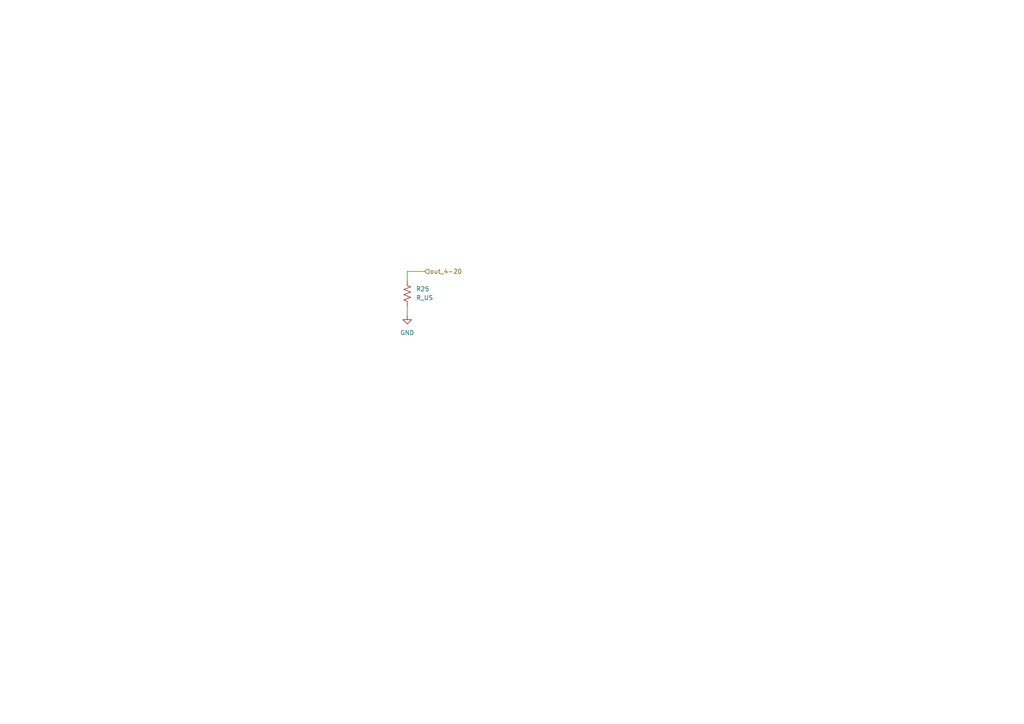
<source format=kicad_sch>
(kicad_sch
	(version 20250114)
	(generator "eeschema")
	(generator_version "9.0")
	(uuid "a326b4e0-f25e-46ec-a935-4079d01ce4a6")
	(paper "A4")
	(lib_symbols
		(symbol "Device:R_US"
			(pin_numbers
				(hide yes)
			)
			(pin_names
				(offset 0)
			)
			(exclude_from_sim no)
			(in_bom yes)
			(on_board yes)
			(property "Reference" "R"
				(at 2.54 0 90)
				(effects
					(font
						(size 1.27 1.27)
					)
				)
			)
			(property "Value" "R_US"
				(at -2.54 0 90)
				(effects
					(font
						(size 1.27 1.27)
					)
				)
			)
			(property "Footprint" ""
				(at 1.016 -0.254 90)
				(effects
					(font
						(size 1.27 1.27)
					)
					(hide yes)
				)
			)
			(property "Datasheet" "~"
				(at 0 0 0)
				(effects
					(font
						(size 1.27 1.27)
					)
					(hide yes)
				)
			)
			(property "Description" "Resistor, US symbol"
				(at 0 0 0)
				(effects
					(font
						(size 1.27 1.27)
					)
					(hide yes)
				)
			)
			(property "ki_keywords" "R res resistor"
				(at 0 0 0)
				(effects
					(font
						(size 1.27 1.27)
					)
					(hide yes)
				)
			)
			(property "ki_fp_filters" "R_*"
				(at 0 0 0)
				(effects
					(font
						(size 1.27 1.27)
					)
					(hide yes)
				)
			)
			(symbol "R_US_0_1"
				(polyline
					(pts
						(xy 0 2.286) (xy 0 2.54)
					)
					(stroke
						(width 0)
						(type default)
					)
					(fill
						(type none)
					)
				)
				(polyline
					(pts
						(xy 0 2.286) (xy 1.016 1.905) (xy 0 1.524) (xy -1.016 1.143) (xy 0 0.762)
					)
					(stroke
						(width 0)
						(type default)
					)
					(fill
						(type none)
					)
				)
				(polyline
					(pts
						(xy 0 0.762) (xy 1.016 0.381) (xy 0 0) (xy -1.016 -0.381) (xy 0 -0.762)
					)
					(stroke
						(width 0)
						(type default)
					)
					(fill
						(type none)
					)
				)
				(polyline
					(pts
						(xy 0 -0.762) (xy 1.016 -1.143) (xy 0 -1.524) (xy -1.016 -1.905) (xy 0 -2.286)
					)
					(stroke
						(width 0)
						(type default)
					)
					(fill
						(type none)
					)
				)
				(polyline
					(pts
						(xy 0 -2.286) (xy 0 -2.54)
					)
					(stroke
						(width 0)
						(type default)
					)
					(fill
						(type none)
					)
				)
			)
			(symbol "R_US_1_1"
				(pin passive line
					(at 0 3.81 270)
					(length 1.27)
					(name "~"
						(effects
							(font
								(size 1.27 1.27)
							)
						)
					)
					(number "1"
						(effects
							(font
								(size 1.27 1.27)
							)
						)
					)
				)
				(pin passive line
					(at 0 -3.81 90)
					(length 1.27)
					(name "~"
						(effects
							(font
								(size 1.27 1.27)
							)
						)
					)
					(number "2"
						(effects
							(font
								(size 1.27 1.27)
							)
						)
					)
				)
			)
			(embedded_fonts no)
		)
		(symbol "power:GND"
			(power)
			(pin_numbers
				(hide yes)
			)
			(pin_names
				(offset 0)
				(hide yes)
			)
			(exclude_from_sim no)
			(in_bom yes)
			(on_board yes)
			(property "Reference" "#PWR"
				(at 0 -6.35 0)
				(effects
					(font
						(size 1.27 1.27)
					)
					(hide yes)
				)
			)
			(property "Value" "GND"
				(at 0 -3.81 0)
				(effects
					(font
						(size 1.27 1.27)
					)
				)
			)
			(property "Footprint" ""
				(at 0 0 0)
				(effects
					(font
						(size 1.27 1.27)
					)
					(hide yes)
				)
			)
			(property "Datasheet" ""
				(at 0 0 0)
				(effects
					(font
						(size 1.27 1.27)
					)
					(hide yes)
				)
			)
			(property "Description" "Power symbol creates a global label with name \"GND\" , ground"
				(at 0 0 0)
				(effects
					(font
						(size 1.27 1.27)
					)
					(hide yes)
				)
			)
			(property "ki_keywords" "global power"
				(at 0 0 0)
				(effects
					(font
						(size 1.27 1.27)
					)
					(hide yes)
				)
			)
			(symbol "GND_0_1"
				(polyline
					(pts
						(xy 0 0) (xy 0 -1.27) (xy 1.27 -1.27) (xy 0 -2.54) (xy -1.27 -1.27) (xy 0 -1.27)
					)
					(stroke
						(width 0)
						(type default)
					)
					(fill
						(type none)
					)
				)
			)
			(symbol "GND_1_1"
				(pin power_in line
					(at 0 0 270)
					(length 0)
					(name "~"
						(effects
							(font
								(size 1.27 1.27)
							)
						)
					)
					(number "1"
						(effects
							(font
								(size 1.27 1.27)
							)
						)
					)
				)
			)
			(embedded_fonts no)
		)
	)
	(wire
		(pts
			(xy 123.19 78.74) (xy 118.11 78.74)
		)
		(stroke
			(width 0)
			(type default)
		)
		(uuid "3f7c2f5a-b902-4f2c-9adb-6f1e5ec4fbb8")
	)
	(wire
		(pts
			(xy 118.11 78.74) (xy 118.11 81.28)
		)
		(stroke
			(width 0)
			(type default)
		)
		(uuid "7d6df97c-dec0-40c1-a387-ddb439aafe8c")
	)
	(wire
		(pts
			(xy 118.11 88.9) (xy 118.11 91.44)
		)
		(stroke
			(width 0)
			(type default)
		)
		(uuid "82470522-2bc2-45e1-aaee-64ce80839e0a")
	)
	(hierarchical_label "out_4-20"
		(shape input)
		(at 123.19 78.74 0)
		(effects
			(font
				(size 1.27 1.27)
			)
			(justify left)
		)
		(uuid "9f6ed20c-e2df-4bf0-89cd-b517f88f063b")
	)
	(symbol
		(lib_id "power:GND")
		(at 118.11 91.44 0)
		(unit 1)
		(exclude_from_sim no)
		(in_bom yes)
		(on_board yes)
		(dnp no)
		(fields_autoplaced yes)
		(uuid "153fe2fb-20a5-4a6e-9767-bf7f430c6072")
		(property "Reference" "#PWR054"
			(at 118.11 97.79 0)
			(effects
				(font
					(size 1.27 1.27)
				)
				(hide yes)
			)
		)
		(property "Value" "GND"
			(at 118.11 96.52 0)
			(effects
				(font
					(size 1.27 1.27)
				)
			)
		)
		(property "Footprint" ""
			(at 118.11 91.44 0)
			(effects
				(font
					(size 1.27 1.27)
				)
				(hide yes)
			)
		)
		(property "Datasheet" ""
			(at 118.11 91.44 0)
			(effects
				(font
					(size 1.27 1.27)
				)
				(hide yes)
			)
		)
		(property "Description" "Power symbol creates a global label with name \"GND\" , ground"
			(at 118.11 91.44 0)
			(effects
				(font
					(size 1.27 1.27)
				)
				(hide yes)
			)
		)
		(pin "1"
			(uuid "85ea72df-7fc5-4aff-8e75-709b5b507abe")
		)
		(instances
			(project "ZorionX-Nivara"
				(path "/ae5c9891-8291-492e-8a61-8ac340267b67/d47eca49-96e4-4138-8979-47bb60019f67/43762a2a-c8cc-4eec-9f6c-e850649c26e5"
					(reference "#PWR054")
					(unit 1)
				)
			)
		)
	)
	(symbol
		(lib_id "Device:R_US")
		(at 118.11 85.09 0)
		(unit 1)
		(exclude_from_sim no)
		(in_bom yes)
		(on_board yes)
		(dnp no)
		(fields_autoplaced yes)
		(uuid "dd98d212-676a-400f-9cc9-c9fbea046830")
		(property "Reference" "R25"
			(at 120.65 83.8199 0)
			(effects
				(font
					(size 1.27 1.27)
				)
				(justify left)
			)
		)
		(property "Value" "R_US"
			(at 120.65 86.3599 0)
			(effects
				(font
					(size 1.27 1.27)
				)
				(justify left)
			)
		)
		(property "Footprint" "Resistor_SMD:R_0603_1608Metric"
			(at 119.126 85.344 90)
			(effects
				(font
					(size 1.27 1.27)
				)
				(hide yes)
			)
		)
		(property "Datasheet" "~"
			(at 118.11 85.09 0)
			(effects
				(font
					(size 1.27 1.27)
				)
				(hide yes)
			)
		)
		(property "Description" "Resistor, US symbol"
			(at 118.11 85.09 0)
			(effects
				(font
					(size 1.27 1.27)
				)
				(hide yes)
			)
		)
		(pin "1"
			(uuid "86e45713-687a-442f-af21-daa1efc584d5")
		)
		(pin "2"
			(uuid "eee38fbe-94ce-4ad6-ab02-11af372e24c3")
		)
		(instances
			(project "ZorionX-Nivara"
				(path "/ae5c9891-8291-492e-8a61-8ac340267b67/d47eca49-96e4-4138-8979-47bb60019f67/43762a2a-c8cc-4eec-9f6c-e850649c26e5"
					(reference "R25")
					(unit 1)
				)
			)
		)
	)
)

</source>
